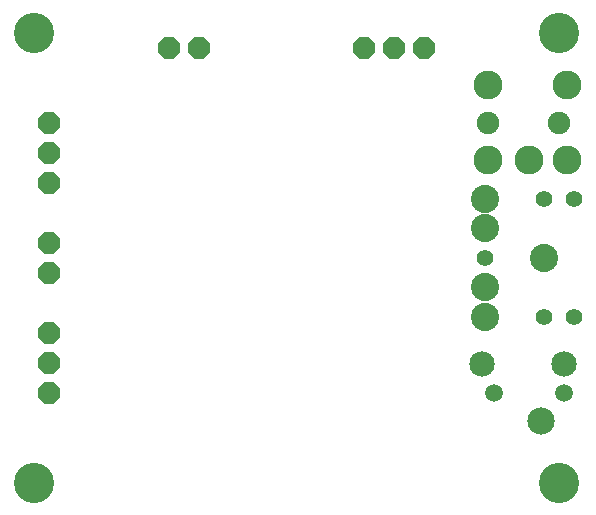
<source format=gbs>
G75*
G70*
%OFA0B0*%
%FSLAX24Y24*%
%IPPOS*%
%LPD*%
%AMOC8*
5,1,8,0,0,1.08239X$1,22.5*
%
%ADD10C,0.1340*%
%ADD11OC8,0.0720*%
%ADD12C,0.0552*%
%ADD13C,0.0940*%
%ADD14C,0.0749*%
%ADD15C,0.0966*%
%ADD16C,0.0592*%
%ADD17C,0.0907*%
%ADD18C,0.0848*%
D10*
X001151Y001151D03*
X018651Y001151D03*
X018651Y016151D03*
X001151Y016151D03*
D11*
X001651Y013151D03*
X001651Y012151D03*
X001651Y011151D03*
X001651Y009151D03*
X001651Y008151D03*
X001651Y006151D03*
X001651Y005151D03*
X001651Y004151D03*
X005651Y015651D03*
X006651Y015651D03*
X012151Y015651D03*
X013151Y015651D03*
X014151Y015651D03*
D12*
X018151Y010620D03*
X019135Y010620D03*
X016183Y008651D03*
X018151Y006683D03*
X019135Y006683D03*
D13*
X018151Y008651D03*
X016183Y007667D03*
X016183Y006683D03*
X016183Y009635D03*
X016183Y010620D03*
D14*
X016273Y013151D03*
X018635Y013151D03*
D15*
X018911Y014391D03*
X016273Y014391D03*
X016273Y011911D03*
X017651Y011911D03*
X018911Y011911D03*
D16*
X018824Y004151D03*
X016462Y004151D03*
D17*
X018037Y003206D03*
D18*
X018824Y005096D03*
X016069Y005096D03*
M02*

</source>
